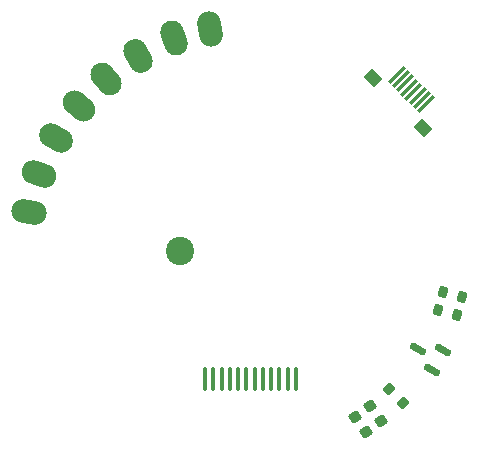
<source format=gbr>
%TF.GenerationSoftware,KiCad,Pcbnew,9.0.1*%
%TF.CreationDate,2025-04-26T02:16:23+02:00*%
%TF.ProjectId,view_screen,76696577-5f73-4637-9265-656e2e6b6963,0.1.0*%
%TF.SameCoordinates,Original*%
%TF.FileFunction,Soldermask,Bot*%
%TF.FilePolarity,Negative*%
%FSLAX46Y46*%
G04 Gerber Fmt 4.6, Leading zero omitted, Abs format (unit mm)*
G04 Created by KiCad (PCBNEW 9.0.1) date 2025-04-26 02:16:23*
%MOMM*%
%LPD*%
G01*
G04 APERTURE LIST*
G04 Aperture macros list*
%AMRoundRect*
0 Rectangle with rounded corners*
0 $1 Rounding radius*
0 $2 $3 $4 $5 $6 $7 $8 $9 X,Y pos of 4 corners*
0 Add a 4 corners polygon primitive as box body*
4,1,4,$2,$3,$4,$5,$6,$7,$8,$9,$2,$3,0*
0 Add four circle primitives for the rounded corners*
1,1,$1+$1,$2,$3*
1,1,$1+$1,$4,$5*
1,1,$1+$1,$6,$7*
1,1,$1+$1,$8,$9*
0 Add four rect primitives between the rounded corners*
20,1,$1+$1,$2,$3,$4,$5,0*
20,1,$1+$1,$4,$5,$6,$7,0*
20,1,$1+$1,$6,$7,$8,$9,0*
20,1,$1+$1,$8,$9,$2,$3,0*%
%AMRotRect*
0 Rectangle, with rotation*
0 The origin of the aperture is its center*
0 $1 length*
0 $2 width*
0 $3 Rotation angle, in degrees counterclockwise*
0 Add horizontal line*
21,1,$1,$2,0,0,$3*%
G04 Aperture macros list end*
%ADD10C,2.400000*%
%ADD11RoundRect,0.087500X0.087500X-0.912500X0.087500X0.912500X-0.087500X0.912500X-0.087500X-0.912500X0*%
%ADD12RoundRect,0.150000X0.583790X-0.163846X-0.433790X0.423654X-0.583790X0.163846X0.433790X-0.423654X0*%
%ADD13RoundRect,0.200000X-0.264360X-0.213866X0.122010X-0.317393X0.264360X0.213866X-0.122010X0.317393X0*%
%ADD14RoundRect,0.200000X0.335876X0.053033X0.053033X0.335876X-0.335876X-0.053033X-0.053033X-0.335876X0*%
%ADD15RoundRect,0.200000X0.264360X0.213866X-0.122010X0.317393X-0.264360X-0.213866X0.122010X-0.317393X0*%
%ADD16RoundRect,0.225000X-0.333843X0.040915X-0.075733X-0.327703X0.333843X-0.040915X0.075733X0.327703X0*%
%ADD17RoundRect,1.000000X-0.469843X0.171019X-0.469850X0.171001X0.469843X-0.171019X0.469850X-0.171001X0*%
%ADD18RoundRect,1.000000X-0.171001X0.469850X-0.171019X0.469843X0.171001X-0.469850X0.171019X-0.469843X0*%
%ADD19RotRect,0.300000X1.800000X135.000000*%
%ADD20RotRect,1.200000X1.075000X135.000000*%
%ADD21RoundRect,1.000000X-0.086814X0.492406X-0.086834X0.492402X0.086814X-0.492406X0.086834X-0.492402X0*%
%ADD22RoundRect,1.000000X-0.433008X0.250009X-0.433018X0.249991X0.433008X-0.250009X0.433018X-0.249991X0*%
%ADD23RoundRect,1.000000X-0.321386X0.383029X-0.321401X0.383016X0.321386X-0.383029X0.321401X-0.383016X0*%
%ADD24RoundRect,1.000000X-0.492402X0.086834X-0.492406X0.086814X0.492402X-0.086834X0.492406X-0.086814X0*%
%ADD25RoundRect,1.000000X-0.249991X0.433018X-0.250009X0.433008X0.249991X-0.433018X0.250009X-0.433008X0*%
%ADD26RoundRect,1.000000X-0.383016X0.321401X-0.383029X0.321386X0.383016X-0.321401X0.383029X-0.321386X0*%
G04 APERTURE END LIST*
D10*
%TO.C,H1*%
X94000000Y-100000000D03*
%TD*%
D11*
%TO.C,J2*%
X103850000Y-110900000D03*
X103150000Y-110900000D03*
X102450000Y-110900000D03*
X101750000Y-110900000D03*
X101050000Y-110900000D03*
X100350000Y-110900000D03*
X99650000Y-110900000D03*
X98950000Y-110900000D03*
X98250000Y-110900000D03*
X97550000Y-110900000D03*
X96850000Y-110900000D03*
X96150000Y-110900000D03*
%TD*%
D12*
%TO.C,Q1*%
X116286491Y-108416385D03*
X115336491Y-110061833D03*
X114187693Y-108301609D03*
%TD*%
D13*
%TO.C,R1*%
X116311487Y-103532587D03*
X117905265Y-103959639D03*
%TD*%
D14*
%TO.C,R2*%
X112883363Y-112883363D03*
X111716637Y-111716637D03*
%TD*%
D15*
%TO.C,R3*%
X117504167Y-105489058D03*
X115910389Y-105062006D03*
%TD*%
D16*
%TO.C,C2*%
X108855478Y-114065157D03*
X109744522Y-115334843D03*
%TD*%
%TO.C,C1*%
X110155478Y-113165157D03*
X111044522Y-114434843D03*
%TD*%
D17*
%TO.C,TP3*%
X82100000Y-93500000D03*
%TD*%
D18*
%TO.C,TP6*%
X93500000Y-82000000D03*
%TD*%
D19*
%TO.C,J6*%
X114860660Y-87610660D03*
X114507107Y-87257106D03*
X114153553Y-86903553D03*
X113800000Y-86550000D03*
X113446446Y-86196446D03*
X113092893Y-85842893D03*
X112739340Y-85489339D03*
X112385786Y-85135786D03*
D20*
X114613173Y-89590559D03*
X110405887Y-85383273D03*
%TD*%
D21*
%TO.C,TP5*%
X96600000Y-81200000D03*
%TD*%
D22*
%TO.C,TP2*%
X83500000Y-90500000D03*
%TD*%
D23*
%TO.C,TP8*%
X87750000Y-85500000D03*
%TD*%
D24*
%TO.C,TP4*%
X81250000Y-96750000D03*
%TD*%
D25*
%TO.C,TP7*%
X90500000Y-83500000D03*
%TD*%
D26*
%TO.C,TP1*%
X85500000Y-87750000D03*
%TD*%
M02*

</source>
